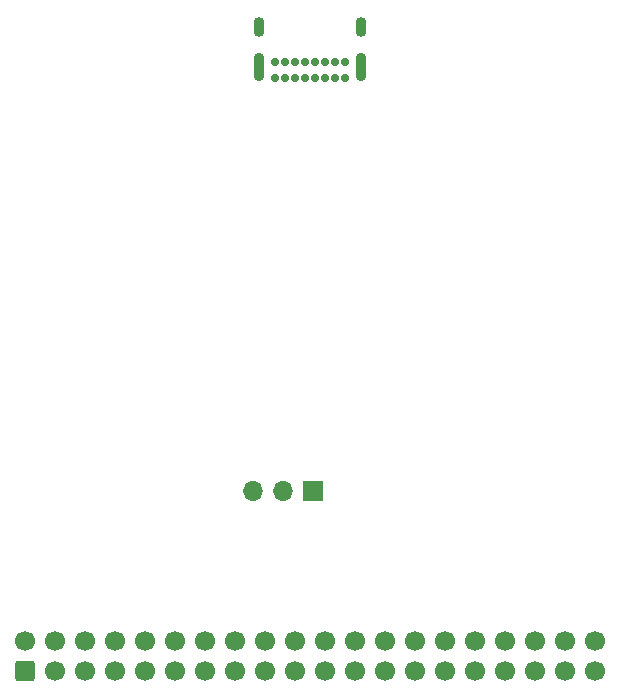
<source format=gbs>
%TF.GenerationSoftware,KiCad,Pcbnew,6.0.7+dfsg-1~bpo11+1*%
%TF.CreationDate,2022-08-19T21:33:20-04:00*%
%TF.ProjectId,iov-rp2040,696f762d-7270-4323-9034-302e6b696361,rev?*%
%TF.SameCoordinates,Original*%
%TF.FileFunction,Soldermask,Bot*%
%TF.FilePolarity,Negative*%
%FSLAX46Y46*%
G04 Gerber Fmt 4.6, Leading zero omitted, Abs format (unit mm)*
G04 Created by KiCad (PCBNEW 6.0.7+dfsg-1~bpo11+1) date 2022-08-19 21:33:20*
%MOMM*%
%LPD*%
G01*
G04 APERTURE LIST*
G04 Aperture macros list*
%AMRoundRect*
0 Rectangle with rounded corners*
0 $1 Rounding radius*
0 $2 $3 $4 $5 $6 $7 $8 $9 X,Y pos of 4 corners*
0 Add a 4 corners polygon primitive as box body*
4,1,4,$2,$3,$4,$5,$6,$7,$8,$9,$2,$3,0*
0 Add four circle primitives for the rounded corners*
1,1,$1+$1,$2,$3*
1,1,$1+$1,$4,$5*
1,1,$1+$1,$6,$7*
1,1,$1+$1,$8,$9*
0 Add four rect primitives between the rounded corners*
20,1,$1+$1,$2,$3,$4,$5,0*
20,1,$1+$1,$4,$5,$6,$7,0*
20,1,$1+$1,$6,$7,$8,$9,0*
20,1,$1+$1,$8,$9,$2,$3,0*%
G04 Aperture macros list end*
%ADD10R,1.700000X1.700000*%
%ADD11O,1.700000X1.700000*%
%ADD12C,0.700000*%
%ADD13O,0.900000X1.700000*%
%ADD14O,0.900000X2.400000*%
%ADD15RoundRect,0.250000X0.600000X-0.600000X0.600000X0.600000X-0.600000X0.600000X-0.600000X-0.600000X0*%
%ADD16C,1.700000*%
G04 APERTURE END LIST*
D10*
%TO.C,J2*%
X159275000Y-133000000D03*
D11*
X156735000Y-133000000D03*
X154195000Y-133000000D03*
%TD*%
D12*
%TO.C,J1*%
X161975000Y-98025000D03*
X161125000Y-98025000D03*
X160275000Y-98025000D03*
X159425000Y-98025000D03*
X158575000Y-98025000D03*
X157725000Y-98025000D03*
X156875000Y-98025000D03*
X156025000Y-98025000D03*
X156025000Y-96675000D03*
X156875000Y-96675000D03*
X157725000Y-96675000D03*
X158575000Y-96675000D03*
X159425000Y-96675000D03*
X160275000Y-96675000D03*
X161125000Y-96675000D03*
X161975000Y-96675000D03*
D13*
X154675000Y-93665000D03*
D14*
X163325000Y-97045000D03*
D13*
X163325000Y-93665000D03*
D14*
X154675000Y-97045000D03*
%TD*%
D15*
%TO.C,J3*%
X134870000Y-148252500D03*
D16*
X134870000Y-145712500D03*
X137410000Y-148252500D03*
X137410000Y-145712500D03*
X139950000Y-148252500D03*
X139950000Y-145712500D03*
X142490000Y-148252500D03*
X142490000Y-145712500D03*
X145030000Y-148252500D03*
X145030000Y-145712500D03*
X147570000Y-148252500D03*
X147570000Y-145712500D03*
X150110000Y-148252500D03*
X150110000Y-145712500D03*
X152650000Y-148252500D03*
X152650000Y-145712500D03*
X155190000Y-148252500D03*
X155190000Y-145712500D03*
X157730000Y-148252500D03*
X157730000Y-145712500D03*
X160270000Y-148252500D03*
X160270000Y-145712500D03*
X162810000Y-148252500D03*
X162810000Y-145712500D03*
X165350000Y-148252500D03*
X165350000Y-145712500D03*
X167890000Y-148252500D03*
X167890000Y-145712500D03*
X170430000Y-148252500D03*
X170430000Y-145712500D03*
X172970000Y-148252500D03*
X172970000Y-145712500D03*
X175510000Y-148252500D03*
X175510000Y-145712500D03*
X178050000Y-148252500D03*
X178050000Y-145712500D03*
X180590000Y-148252500D03*
X180590000Y-145712500D03*
X183130000Y-148252500D03*
X183130000Y-145712500D03*
%TD*%
M02*

</source>
